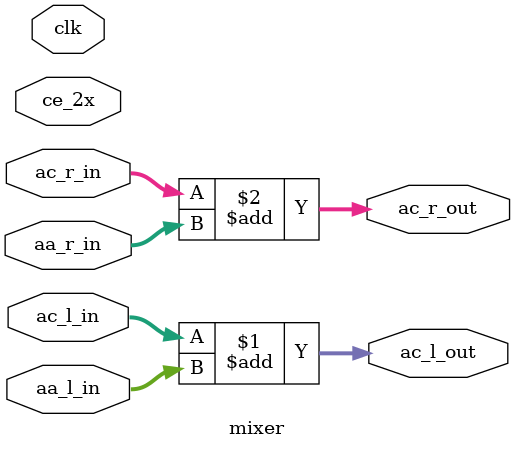
<source format=v>
module mixer
(
    input clk,
    input ce_2x,
    input  [15:0] aa_l_in,
    input  [15:0] aa_r_in,
    input  [15:0] ac_l_in,
    input  [15:0] ac_r_in,
    output [15:0] ac_l_out,
    output [15:0] ac_r_out
);

//reg[15:0] ac_l_out_reg;
//reg[15:0] ac_r_out_reg;
assign ac_l_out = ac_l_in + aa_l_in;
assign ac_r_out = ac_r_in + aa_r_in;

/*always @ (posedge clk) begin
    if (ce_2x) begin
        ac_l_out_reg <= ac_l_in + aa_l_in;
        ac_r_out_reg <= ac_r_in + aa_r_in;
    end
end*/

endmodule
</source>
